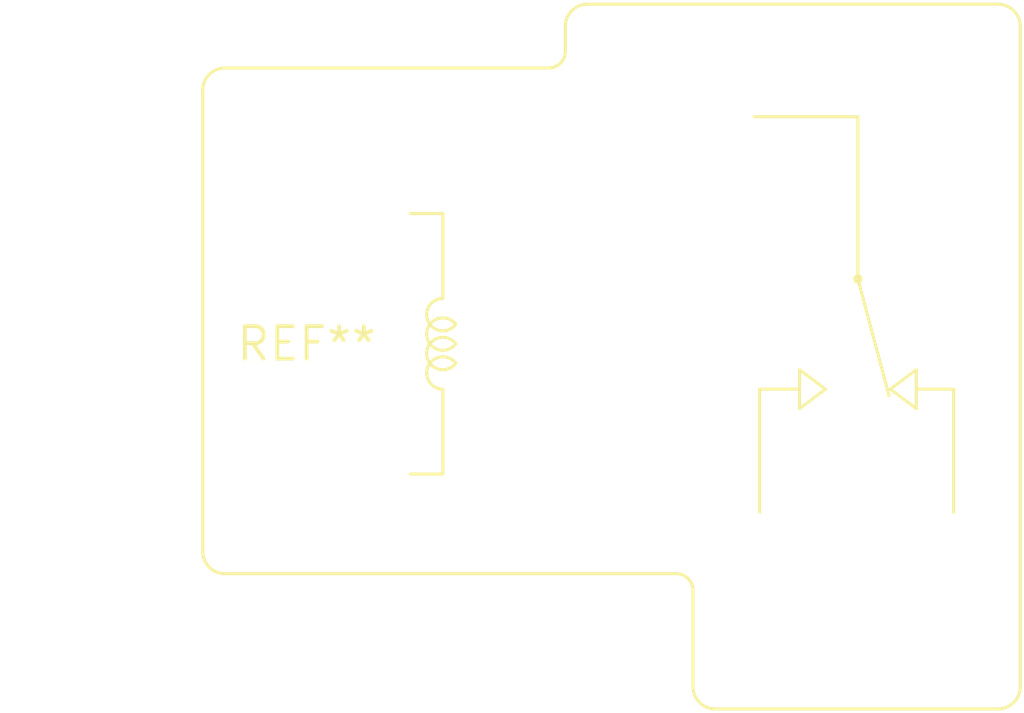
<source format=kicad_pcb>
(kicad_pcb (version 20240108) (generator pcbnew)
  (layers (0 "F.Cu" signal) (31 "B.Cu" signal) (34 "B.Paste" user) (35 "F.Paste" user) (36 "B.SilkS" user "B.Silkscreen") (37 "F.SilkS" user "F.Silkscreen") (38 "B.Mask" user) (39 "F.Mask" user) (44 "Edge.Cuts" user))
  (net 0 "")
  (footprint "Relay_SPDT_RAYEX-L90S" (layer "F.Cu") (at 0 0)
    (property "Reference" "REF**")
    (property "Value" "Relay_SPDT_RAYEX-L90S")
    (fp_line (start -4.07 -9.94) (end -4.07 8.14) (layer "F.SilkS") (stroke (width 0.12)))
    (fp_line (start -3.2 -10.81) (end 9.48 -10.81) (layer "F.SilkS") (stroke (width 0.12)))
    (fp_line (start -3.2 9.01) (end 14.48 9.01) (layer "F.SilkS") (stroke (width 0.12)))
    (fp_line (start 4.064 -5.1054) (end 5.334 -5.1054) (layer "F.SilkS") (stroke (width 0.12)))
    (fp_line (start 5.334 -1.778) (end 5.334 -5.1054) (layer "F.SilkS") (stroke (width 0.12)))
    (fp_line (start 5.334 5.1054) (end 4.064 5.1054) (layer "F.SilkS") (stroke (width 0.12)))
    (fp_line (start 5.334002 5.105397) (end 5.334002 1.777997) (layer "F.SilkS") (stroke (width 0.12)))
    (fp_line (start 10.13 -12.44) (end 10.13 -11.46) (layer "F.SilkS") (stroke (width 0.12)))
    (fp_line (start 11 -13.31) (end 27.08 -13.31) (layer "F.SilkS") (stroke (width 0.12)))
    (fp_line (start 15.13 9.66) (end 15.13 13.44) (layer "F.SilkS") (stroke (width 0.12)))
    (fp_line (start 16 14.31) (end 27.08 14.31) (layer "F.SilkS") (stroke (width 0.12)))
    (fp_line (start 17.74 1.778) (end 19.304 1.778) (layer "F.SilkS") (stroke (width 0.12)))
    (fp_line (start 17.74 6.604) (end 17.74 1.778) (layer "F.SilkS") (stroke (width 0.12)))
    (fp_line (start 19.304 1.016) (end 19.304 2.54) (layer "F.SilkS") (stroke (width 0.12)))
    (fp_line (start 19.304 2.54) (end 20.32 1.778) (layer "F.SilkS") (stroke (width 0.12)))
    (fp_line (start 20.32 1.778) (end 19.304 1.016) (layer "F.SilkS") (stroke (width 0.12)))
    (fp_line (start 21.59 -8.9) (end 17.526 -8.9) (layer "F.SilkS") (stroke (width 0.12)))
    (fp_line (start 21.59 -2.54) (end 21.59 -8.9) (layer "F.SilkS") (stroke (width 0.12)))
    (fp_line (start 21.59 -2.54) (end 22.8092 2.032) (layer "F.SilkS") (stroke (width 0.12)))
    (fp_line (start 22.86 1.778) (end 23.876 1.016) (layer "F.SilkS") (stroke (width 0.12)))
    (fp_line (start 23.876 1.778) (end 25.34 1.778) (layer "F.SilkS") (stroke (width 0.12)))
    (fp_line (start 23.876 2.54) (end 22.86 1.778) (layer "F.SilkS") (stroke (width 0.12)))
    (fp_line (start 23.876 2.54) (end 23.876 1.016) (layer "F.SilkS") (stroke (width 0.12)))
    (fp_line (start 25.34 1.778) (end 25.34 6.604) (layer "F.SilkS") (stroke (width 0.12)))
    (fp_line (start 27.95 -12.44) (end 27.95 13.44) (layer "F.SilkS") (stroke (width 0.12)))
    (fp_arc (start -4.07 -9.94) (mid -3.815183 -10.555183) (end -3.2 -10.81) (layer "F.SilkS") (stroke (width 0.12)))
    (fp_arc (start -3.2 9.01) (mid -3.815183 8.755183) (end -4.07 8.14) (layer "F.SilkS") (stroke (width 0.12)))
    (fp_arc (start 5.334002 1.777997) (mid 4.765966 0.859166) (end 5.841802 0.76173) (layer "F.SilkS") (stroke (width 0.12)))
    (fp_arc (start 5.8418 -0.761733) (mid 4.765964 -0.859168) (end 5.334 -1.778) (layer "F.SilkS") (stroke (width 0.12)))
    (fp_arc (start 5.842265 -0.000355) (mid 4.699002 -0.38078) (end 5.842 -0.762001) (layer "F.SilkS") (stroke (width 0.12)))
    (fp_arc (start 5.842266 0.761644) (mid 4.699003 0.381219) (end 5.842001 -2e-06) (layer "F.SilkS") (stroke (width 0.12)))
    (fp_arc (start 10.13 -12.44) (mid 10.384817 -13.055183) (end 11 -13.31) (layer "F.SilkS") (stroke (width 0.12)))
    (fp_arc (start 10.13 -11.46) (mid 9.939619 -11.000381) (end 9.48 -10.81) (layer "F.SilkS") (stroke (width 0.12)))
    (fp_arc (start 14.48 9.01) (mid 14.939619 9.200381) (end 15.13 9.66) (layer "F.SilkS") (stroke (width 0.12)))
    (fp_arc (start 16 14.31) (mid 15.384817 14.055183) (end 15.13 13.44) (layer "F.SilkS") (stroke (width 0.12)))
    (fp_arc (start 27.08 -13.31) (mid 27.695183 -13.055183) (end 27.95 -12.44) (layer "F.SilkS") (stroke (width 0.12)))
    (fp_arc (start 27.95 13.44) (mid 27.695183 14.055183) (end 27.08 14.31) (layer "F.SilkS") (stroke (width 0.12)))
    (fp_circle (center 21.59 -2.54) (end 21.59 -2.413) (layer "F.SilkS") (stroke (width 0.12)) (fill none))
    (pad "11" thru_hole circle (at 15.2 -8.9 180) (size 3 3) (drill 1.6) (layers *.Cu *.Mask) (remove_unused_layers))
    (pad "12" thru_hole circle (at 25.34 8.9 180) (size 3 3) (drill 1.6) (layers *.Cu *.Mask) (remove_unused_layers))
    (pad "14" thru_hole circle (at 17.74 8.9 180) (size 3 3) (drill 1.6) (layers *.Cu *.Mask) (remove_unused_layers))
    (pad "A1" thru_hole roundrect (at 2.54 -5.1 180) (size 2 2) (drill 1.1) (layers *.Cu *.Mask) (remove_unused_layers))
    (pad "A2" thru_hole circle (at 2.54 5.1 180) (size 2 2) (drill 1.1) (layers *.Cu *.Mask) (remove_unused_layers))
  )
)
</source>
